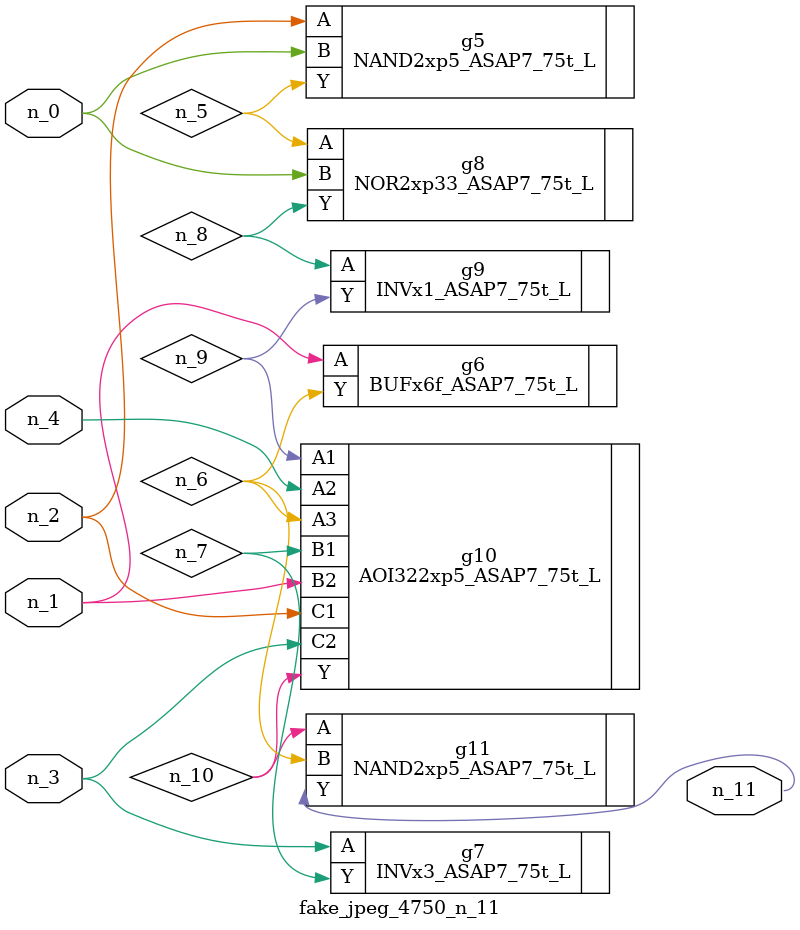
<source format=v>
module fake_jpeg_4750_n_11 (n_3, n_2, n_1, n_0, n_4, n_11);

input n_3;
input n_2;
input n_1;
input n_0;
input n_4;

output n_11;

wire n_10;
wire n_8;
wire n_9;
wire n_6;
wire n_5;
wire n_7;

NAND2xp5_ASAP7_75t_L g5 ( 
.A(n_2),
.B(n_0),
.Y(n_5)
);

BUFx6f_ASAP7_75t_L g6 ( 
.A(n_1),
.Y(n_6)
);

INVx3_ASAP7_75t_L g7 ( 
.A(n_3),
.Y(n_7)
);

NOR2xp33_ASAP7_75t_L g8 ( 
.A(n_5),
.B(n_0),
.Y(n_8)
);

INVx1_ASAP7_75t_L g9 ( 
.A(n_8),
.Y(n_9)
);

AOI322xp5_ASAP7_75t_L g10 ( 
.A1(n_9),
.A2(n_4),
.A3(n_6),
.B1(n_7),
.B2(n_1),
.C1(n_2),
.C2(n_3),
.Y(n_10)
);

NAND2xp5_ASAP7_75t_L g11 ( 
.A(n_10),
.B(n_6),
.Y(n_11)
);


endmodule
</source>
